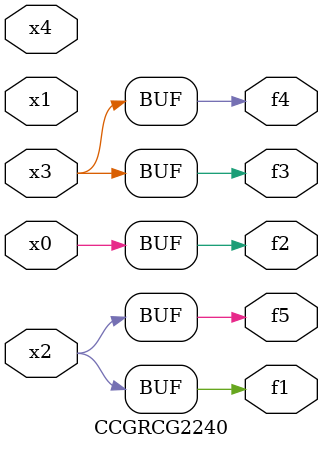
<source format=v>
module CCGRCG2240(
	input x0, x1, x2, x3, x4,
	output f1, f2, f3, f4, f5
);
	assign f1 = x2;
	assign f2 = x0;
	assign f3 = x3;
	assign f4 = x3;
	assign f5 = x2;
endmodule

</source>
